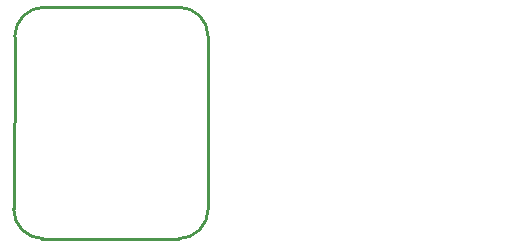
<source format=gko>
G04*
G04 #@! TF.GenerationSoftware,Altium Limited,Altium Designer,19.1.7 (138)*
G04*
G04 Layer_Color=16711935*
%FSLAX44Y44*%
%MOMM*%
G71*
G01*
G75*
%ADD35C,0.2540*%
G36*
X1367790Y864870D02*
D01*
D02*
G37*
G36*
X1377950Y889000D02*
D01*
D02*
G37*
D35*
X971551Y743203D02*
G03*
X996696Y718058I25145J0D01*
G01*
X1111274Y718057D02*
G03*
X1136396Y743179I0J25122D01*
G01*
Y889000D02*
G03*
X1111251Y914145I-25145J0D01*
G01*
X997712D02*
G03*
X972567Y889000I0J-25145D01*
G01*
X994896Y718058D02*
X1111274Y718058D01*
X971561Y743203D02*
X972567Y889000D01*
X997712Y914145D02*
X1111251D01*
X1136396Y743179D02*
Y889000D01*
M02*

</source>
